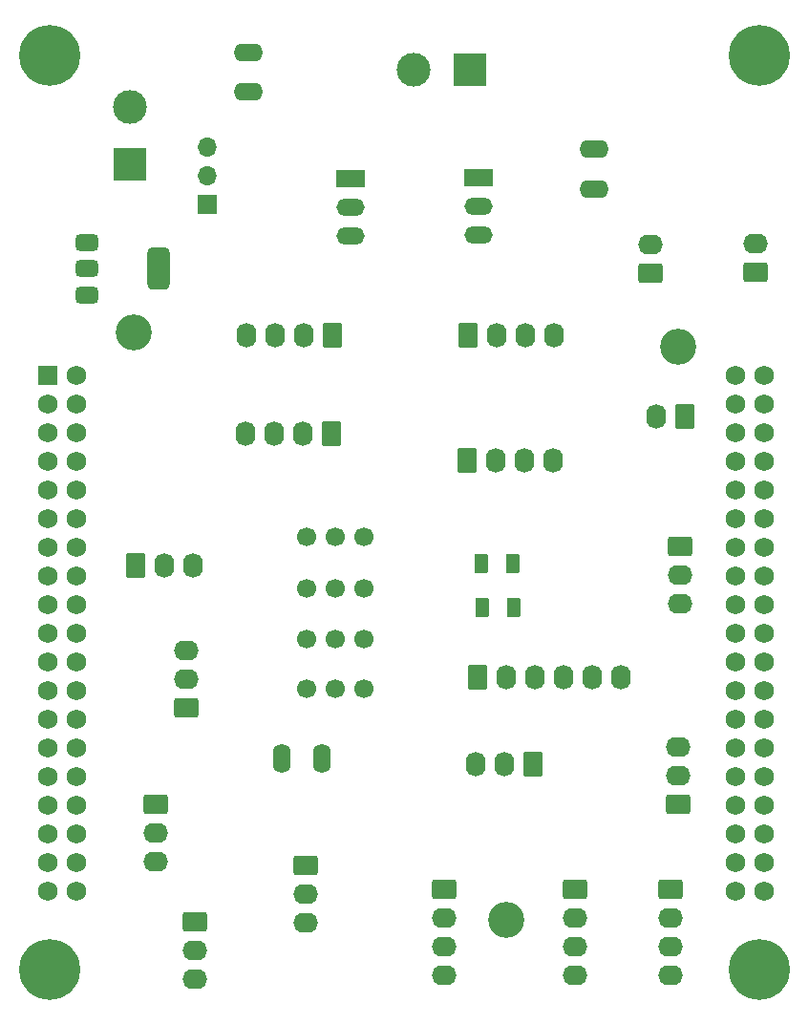
<source format=gbr>
%TF.GenerationSoftware,KiCad,Pcbnew,8.0.7-8.0.7-0~ubuntu22.04.1*%
%TF.CreationDate,2025-12-10T15:44:25+01:00*%
%TF.ProjectId,Electrobot-G474,456c6563-7472-46f6-926f-742d47343734,rev?*%
%TF.SameCoordinates,Original*%
%TF.FileFunction,Soldermask,Bot*%
%TF.FilePolarity,Negative*%
%FSLAX46Y46*%
G04 Gerber Fmt 4.6, Leading zero omitted, Abs format (unit mm)*
G04 Created by KiCad (PCBNEW 8.0.7-8.0.7-0~ubuntu22.04.1) date 2025-12-10 15:44:25*
%MOMM*%
%LPD*%
G01*
G04 APERTURE LIST*
G04 Aperture macros list*
%AMRoundRect*
0 Rectangle with rounded corners*
0 $1 Rounding radius*
0 $2 $3 $4 $5 $6 $7 $8 $9 X,Y pos of 4 corners*
0 Add a 4 corners polygon primitive as box body*
4,1,4,$2,$3,$4,$5,$6,$7,$8,$9,$2,$3,0*
0 Add four circle primitives for the rounded corners*
1,1,$1+$1,$2,$3*
1,1,$1+$1,$4,$5*
1,1,$1+$1,$6,$7*
1,1,$1+$1,$8,$9*
0 Add four rect primitives between the rounded corners*
20,1,$1+$1,$2,$3,$4,$5,0*
20,1,$1+$1,$4,$5,$6,$7,0*
20,1,$1+$1,$6,$7,$8,$9,0*
20,1,$1+$1,$8,$9,$2,$3,0*%
G04 Aperture macros list end*
%ADD10C,5.400000*%
%ADD11C,3.200000*%
%ADD12RoundRect,0.102000X-0.762000X-0.762000X0.762000X-0.762000X0.762000X0.762000X-0.762000X0.762000X0*%
%ADD13C,1.728000*%
%ADD14R,3.000000X3.000000*%
%ADD15C,3.000000*%
%ADD16RoundRect,0.250000X-0.845000X0.620000X-0.845000X-0.620000X0.845000X-0.620000X0.845000X0.620000X0*%
%ADD17O,2.190000X1.740000*%
%ADD18RoundRect,0.250000X-0.375000X-0.625000X0.375000X-0.625000X0.375000X0.625000X-0.375000X0.625000X0*%
%ADD19O,1.600000X2.600000*%
%ADD20RoundRect,0.250000X-0.620000X-0.845000X0.620000X-0.845000X0.620000X0.845000X-0.620000X0.845000X0*%
%ADD21O,1.740000X2.190000*%
%ADD22RoundRect,0.250000X0.845000X-0.620000X0.845000X0.620000X-0.845000X0.620000X-0.845000X-0.620000X0*%
%ADD23RoundRect,0.250000X0.620000X0.845000X-0.620000X0.845000X-0.620000X-0.845000X0.620000X-0.845000X0*%
%ADD24C,1.700000*%
%ADD25R,2.500000X1.500000*%
%ADD26O,2.500000X1.500000*%
%ADD27R,1.700000X1.700000*%
%ADD28O,1.700000X1.700000*%
%ADD29O,2.600000X1.600000*%
%ADD30RoundRect,0.375000X-0.625000X-0.375000X0.625000X-0.375000X0.625000X0.375000X-0.625000X0.375000X0*%
%ADD31RoundRect,0.500000X-0.500000X-1.400000X0.500000X-1.400000X0.500000X1.400000X-0.500000X1.400000X0*%
G04 APERTURE END LIST*
D10*
%TO.C,H4*%
X157800000Y-128020000D03*
%TD*%
%TO.C,H3*%
X94910000Y-128020000D03*
%TD*%
%TO.C,H1*%
X157800000Y-46990000D03*
%TD*%
%TO.C,H2*%
X94910000Y-46990000D03*
%TD*%
D11*
%TO.C,U3*%
X102369700Y-71550000D03*
X135389700Y-123620000D03*
X150629700Y-72820000D03*
D12*
X94749700Y-75360000D03*
D13*
X97289700Y-75360000D03*
X94749700Y-77900000D03*
X97289700Y-77900000D03*
X94749700Y-80440000D03*
X97289700Y-80440000D03*
X94749700Y-82980000D03*
X97289700Y-82980000D03*
X94749700Y-85520000D03*
X97289700Y-85520000D03*
X94749700Y-88060000D03*
X97289700Y-88060000D03*
X94749700Y-90600000D03*
X97289700Y-90600000D03*
X94749700Y-93140000D03*
X97289700Y-93140000D03*
X94749700Y-95680000D03*
X97289700Y-95680000D03*
X94749700Y-98220000D03*
X97289700Y-98220000D03*
X94749700Y-100760000D03*
X97289700Y-100760000D03*
X94749700Y-103300000D03*
X97289700Y-103300000D03*
X94749700Y-105840000D03*
X97289700Y-105840000D03*
X94749700Y-108380000D03*
X97289700Y-108380000D03*
X94749700Y-110920000D03*
X97289700Y-110920000D03*
X94749700Y-113460000D03*
X97289700Y-113460000D03*
X94749700Y-116000000D03*
X97289700Y-116000000D03*
X94749700Y-118540000D03*
X97289700Y-118540000D03*
X94749700Y-121080000D03*
X97289700Y-121080000D03*
X155709700Y-75360000D03*
X158249700Y-75360000D03*
X155709700Y-77900000D03*
X158249700Y-77900000D03*
X155709700Y-80440000D03*
X158249700Y-80440000D03*
X155709700Y-82980000D03*
X158249700Y-82980000D03*
X155709700Y-85520000D03*
X158249700Y-85520000D03*
X155709700Y-88060000D03*
X158249700Y-88060000D03*
X155709700Y-90600000D03*
X158249700Y-90600000D03*
X155709700Y-93140000D03*
X158249700Y-93140000D03*
X155709700Y-95680000D03*
X158249700Y-95680000D03*
X155709700Y-98220000D03*
X158249700Y-98220000D03*
X155709700Y-100760000D03*
X158249700Y-100760000D03*
X155709700Y-103300000D03*
X158249700Y-103300000D03*
X155709700Y-105840000D03*
X158249700Y-105840000D03*
X155709700Y-108380000D03*
X158249700Y-108380000D03*
X155709700Y-110920000D03*
X158249700Y-110920000D03*
X155709700Y-113460000D03*
X158249700Y-113460000D03*
X155709700Y-116000000D03*
X158249700Y-116000000D03*
X155709700Y-118540000D03*
X158249700Y-118540000D03*
X155709700Y-121080000D03*
X158249700Y-121080000D03*
%TD*%
D14*
%TO.C,J3*%
X102030000Y-56640000D03*
D15*
X102030000Y-51640000D03*
%TD*%
D16*
%TO.C,J12*%
X150770000Y-90550000D03*
D17*
X150770000Y-93090000D03*
X150770000Y-95630000D03*
%TD*%
D18*
%TO.C,D1*%
X133247500Y-96000000D03*
X136047500Y-96000000D03*
%TD*%
D19*
%TO.C,C6*%
X119010000Y-109340000D03*
X115510000Y-109340000D03*
%TD*%
D20*
%TO.C,J1*%
X102485000Y-92220000D03*
D21*
X105025000Y-92220000D03*
X107565000Y-92220000D03*
%TD*%
D16*
%TO.C,J13*%
X104330000Y-113440000D03*
D17*
X104330000Y-115980000D03*
X104330000Y-118520000D03*
%TD*%
D22*
%TO.C,J7*%
X107020000Y-104860000D03*
D17*
X107020000Y-102320000D03*
X107020000Y-99780000D03*
%TD*%
D23*
%TO.C,J14*%
X120000000Y-71830000D03*
D21*
X117460000Y-71830000D03*
X114920000Y-71830000D03*
X112380000Y-71830000D03*
%TD*%
D23*
%TO.C,J8*%
X137750000Y-109890000D03*
D21*
X135210000Y-109890000D03*
X132670000Y-109890000D03*
%TD*%
D16*
%TO.C,J10*%
X117570000Y-118850000D03*
D17*
X117570000Y-121390000D03*
X117570000Y-123930000D03*
%TD*%
D16*
%TO.C,J9*%
X107810000Y-123820000D03*
D17*
X107810000Y-126360000D03*
X107810000Y-128900000D03*
%TD*%
D24*
%TO.C,J17*%
X117713500Y-94250000D03*
X120253500Y-94250000D03*
X122793500Y-94250000D03*
%TD*%
D16*
%TO.C,J22*%
X141470000Y-120980000D03*
D17*
X141470000Y-123520000D03*
X141470000Y-126060000D03*
X141470000Y-128600000D03*
%TD*%
D25*
%TO.C,U2*%
X121600000Y-57920000D03*
D26*
X121600000Y-60460000D03*
X121600000Y-63000000D03*
%TD*%
D14*
%TO.C,J2*%
X132150000Y-48340000D03*
D15*
X127150000Y-48340000D03*
%TD*%
D18*
%TO.C,D2*%
X133187500Y-92090000D03*
X135987500Y-92090000D03*
%TD*%
D22*
%TO.C,J16*%
X150640000Y-113410000D03*
D17*
X150640000Y-110870000D03*
X150640000Y-108330000D03*
%TD*%
D25*
%TO.C,U1*%
X132900000Y-57850000D03*
D26*
X132900000Y-60390000D03*
X132900000Y-62930000D03*
%TD*%
D27*
%TO.C,JP1*%
X108840000Y-60275000D03*
D28*
X108840000Y-57735000D03*
X108840000Y-55195000D03*
%TD*%
D29*
%TO.C,C3*%
X143180000Y-58860000D03*
X143180000Y-55360000D03*
%TD*%
D20*
%TO.C,J19*%
X132870000Y-102130000D03*
D21*
X135410000Y-102130000D03*
X137950000Y-102130000D03*
X140490000Y-102130000D03*
X143030000Y-102130000D03*
X145570000Y-102130000D03*
%TD*%
D29*
%TO.C,C1*%
X112480000Y-50240000D03*
X112480000Y-46740000D03*
%TD*%
D20*
%TO.C,J11*%
X131950000Y-71840000D03*
D21*
X134490000Y-71840000D03*
X137030000Y-71840000D03*
X139570000Y-71840000D03*
%TD*%
D23*
%TO.C,J6*%
X151190000Y-79070000D03*
D21*
X148650000Y-79070000D03*
%TD*%
D16*
%TO.C,J21*%
X129860000Y-120980000D03*
D17*
X129860000Y-123520000D03*
X129860000Y-126060000D03*
X129860000Y-128600000D03*
%TD*%
D30*
%TO.C,Q1*%
X98230000Y-68240000D03*
X98230000Y-65940000D03*
D31*
X104530000Y-65940000D03*
D30*
X98230000Y-63640000D03*
%TD*%
D24*
%TO.C,J18*%
X117713500Y-103130000D03*
X120253500Y-103130000D03*
X122793500Y-103130000D03*
%TD*%
D23*
%TO.C,J20*%
X119870000Y-80550000D03*
D21*
X117330000Y-80550000D03*
X114790000Y-80550000D03*
X112250000Y-80550000D03*
%TD*%
D24*
%TO.C,J24*%
X117713500Y-98740000D03*
X120253500Y-98740000D03*
X122793500Y-98740000D03*
%TD*%
D22*
%TO.C,J5*%
X157460000Y-66270000D03*
D17*
X157460000Y-63730000D03*
%TD*%
D20*
%TO.C,J15*%
X131900000Y-82920000D03*
D21*
X134440000Y-82920000D03*
X136980000Y-82920000D03*
X139520000Y-82920000D03*
%TD*%
D24*
%TO.C,J25*%
X117713500Y-89670000D03*
X120253500Y-89670000D03*
X122793500Y-89670000D03*
%TD*%
D22*
%TO.C,J4*%
X148200000Y-66330000D03*
D17*
X148200000Y-63790000D03*
%TD*%
D16*
%TO.C,J23*%
X149950000Y-120980000D03*
D17*
X149950000Y-123520000D03*
X149950000Y-126060000D03*
X149950000Y-128600000D03*
%TD*%
M02*

</source>
